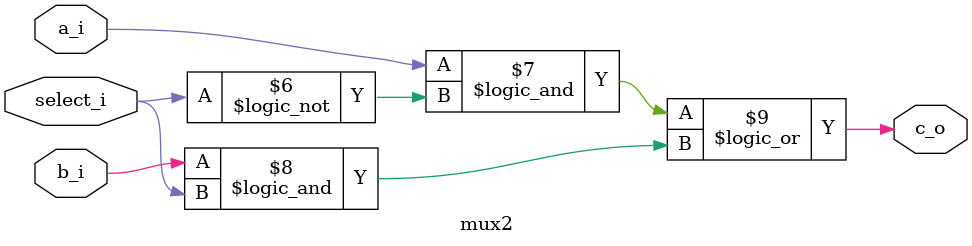
<source format=sv>
module mux2
  (input [0:0] a_i
  ,input [0:0] b_i
  ,input [0:0] select_i
  ,output reg [0:0] c_o);

   // Implement a Two-Input Multiplexer (mux2). You must use behavioral verilog.
   // 
   // Your code here:
   always_comb begin
   logic [0:0] a_w, b_w, s_w;
   a_w = a_i;
   b_w = b_i;
   s_w = select_i;
   c_o = (a_w && !s_w) || (b_w && s_w);
   end
   
endmodule

</source>
